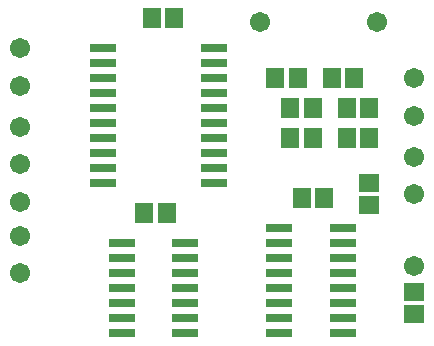
<source format=gts>
G04 DipTrace 3.0.0.2*
G04 RGBI-AnalogRGB.GTS*
%MOMM*%
G04 #@! TF.FileFunction,Soldermask,Top*
G04 #@! TF.Part,Single*
%ADD25R,1.7032X1.5032*%
%ADD27R,1.5032X1.7032*%
%ADD29C,1.7032*%
%ADD31R,2.2032X0.8032*%
%FSLAX35Y35*%
G04*
G71*
G90*
G75*
G01*
G04 TopMask*
%LPD*%
D31*
X3477260Y2239010D3*
Y2112010D3*
Y1985010D3*
Y1858010D3*
Y1731010D3*
Y1604010D3*
Y1477010D3*
Y1350010D3*
X4017260D3*
Y1477010D3*
Y1604010D3*
Y1731010D3*
Y1858010D3*
Y1985010D3*
Y2112010D3*
Y2239010D3*
X2143760Y2112010D3*
Y1985010D3*
Y1858010D3*
Y1731010D3*
Y1604010D3*
Y1477010D3*
Y1350010D3*
X2683760D3*
Y1477010D3*
Y1604010D3*
Y1731010D3*
Y1858010D3*
Y1985010D3*
Y2112010D3*
X1985010Y3763010D3*
Y3636010D3*
Y3509010D3*
Y3382010D3*
Y3255010D3*
Y3128010D3*
Y3001010D3*
Y2874010D3*
Y2747010D3*
Y2620010D3*
X2925010D3*
Y2747010D3*
Y2874010D3*
Y3001010D3*
Y3128010D3*
Y3255010D3*
Y3382010D3*
Y3509010D3*
Y3636010D3*
Y3763010D3*
D29*
X1286510D3*
Y3445510D3*
Y3096260D3*
Y2778760D3*
Y2461260D3*
Y2175510D3*
Y1858010D3*
D27*
X2397760Y4017010D3*
X2587760D3*
X3667760Y2493010D3*
X3857760D3*
X2334260Y2366010D3*
X2524260D3*
D29*
X4620260Y3509010D3*
Y3191510D3*
Y2842260D3*
Y2524760D3*
Y1921510D3*
D25*
X4239260Y2620010D3*
Y2430010D3*
D27*
X4048760Y3001010D3*
X4238760D3*
X3572510Y3255010D3*
X3762510D3*
X3921760Y3509010D3*
X4111760D3*
X3445510D3*
X3635510D3*
X3572510Y3001010D3*
X3762510D3*
X4048760Y3255010D3*
X4238760D3*
D25*
X4620260Y1698760D3*
Y1508760D3*
D29*
X3318510Y3985260D3*
X4302760D3*
M02*

</source>
